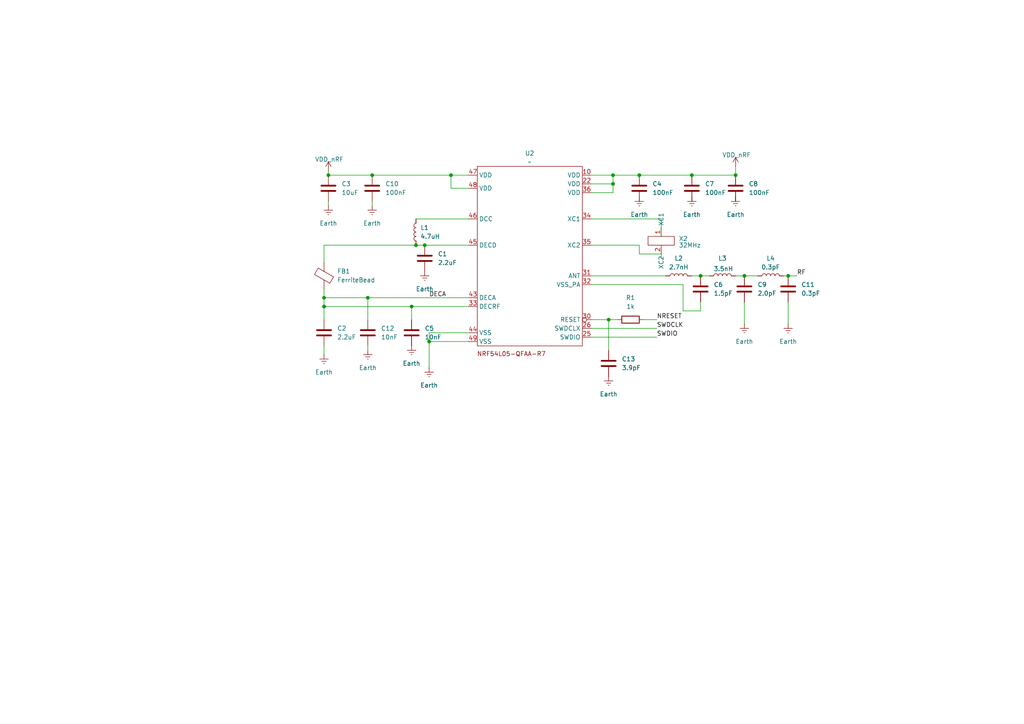
<source format=kicad_sch>
(kicad_sch (version 20250114) (generator "eeschema") (generator_version "9.0")
  (paper "A4")
  (lib_symbols
    (symbol "C_1" (pin_numbers (hide yes)) (pin_names (offset 0.254))
      (property "Reference" "C" (at 0.635 2.54 0))
      (property "Value" "C" (at 0.635 -2.54 0))
      (symbol "C_1_0_1"
        (polyline (pts (xy -2.032 0.762) (xy 2.032 0.762)) (stroke (width 0.508)))
        (polyline (pts (xy -2.032 -0.762) (xy 2.032 -0.762)) (stroke (width 0.508)))
      )
      (symbol "C_1_1_1"
        (pin passive line (at 0 3.81 270) (length 2.794) (name "~") (number "1"))
        (pin passive line (at 0 -3.81 90) (length 2.794) (name "~") (number "2"))
      )
    )
    (symbol "C_2" (pin_numbers (hide yes)) (pin_names (offset 0.254))
      (property "Reference" "C" (at 0.635 2.54 0))
      (property "Value" "C" (at 0.635 -2.54 0))
      (symbol "C_2_0_1"
        (polyline (pts (xy -2.032 0.762) (xy 2.032 0.762)) (stroke (width 0.508)))
        (polyline (pts (xy -2.032 -0.762) (xy 2.032 -0.762)) (stroke (width 0.508)))
      )
      (symbol "C_2_1_1"
        (pin passive line (at 0 3.81 270) (length 2.794) (name "~") (number "1"))
        (pin passive line (at 0 -3.81 90) (length 2.794) (name "~") (number "2"))
      )
    )
    (symbol "C_3" (pin_numbers (hide yes)) (pin_names (offset 0.254))
      (property "Reference" "C" (at 0.635 2.54 0))
      (property "Value" "C" (at 0.635 -2.54 0))
      (symbol "C_3_0_1"
        (polyline (pts (xy -2.032 0.762) (xy 2.032 0.762)) (stroke (width 0.508)))
        (polyline (pts (xy -2.032 -0.762) (xy 2.032 -0.762)) (stroke (width 0.508)))
      )
      (symbol "C_3_1_1"
        (pin passive line (at 0 3.81 270) (length 2.794) (name "~") (number "1"))
        (pin passive line (at 0 -3.81 90) (length 2.794) (name "~") (number "2"))
      )
    )
    (symbol "Device:C" (pin_numbers (hide yes)) (pin_names (offset 0.254) (hide yes))
      (property "Reference" "C" (at 0.635 2.54 0))
      (property "Value" "C" (at 0.635 -2.54 0))
      (symbol "C_0_1"
        (polyline (pts (xy -2.032 0.762) (xy 2.032 0.762)) (stroke (width 0.508)))
        (polyline (pts (xy -2.032 -0.762) (xy 2.032 -0.762)) (stroke (width 0.508)))
      )
      (symbol "C_1_1"
        (pin passive line (at 0 3.81 270) (length 2.794) (name "~") (number "1"))
        (pin passive line (at 0 -3.81 90) (length 2.794) (name "~") (number "2"))
      )
    )
    (symbol "Device:FerriteBead" (pin_numbers (hide yes)) (pin_names (offset 0))
      (property "Reference" "FB" (at -3.81 0.635 90))
      (property "Value" "FerriteBead" (at 3.81 0 90))
      (symbol "FerriteBead_0_1"
        (polyline (pts (xy -2.7686 0.4064) (xy -1.7018 2.2606) (xy 2.7686 -0.3048) (xy 1.6764 -2.159) (xy -2.7686 0.4064)))
        (polyline (pts (xy 0 1.27) (xy 0 1.2954)))
        (polyline (pts (xy 0 -1.27) (xy 0 -1.2192)))
      )
      (symbol "FerriteBead_1_1"
        (pin passive line (at 0 3.81 270) (length 2.54) (name "~") (number "1"))
        (pin passive line (at 0 -3.81 90) (length 2.54) (name "~") (number "2"))
      )
    )
    (symbol "Device:L" (pin_numbers (hide yes)) (pin_names (offset 1.016) (hide yes))
      (property "Reference" "L" (at -1.27 0 90))
      (property "Value" "L" (at 1.905 0 90))
      (symbol "L_0_1"
        (arc (start 0 2.54) (mid 0.6323 1.905) (end 0 1.27))
        (arc (start 0 1.27) (mid 0.6323 0.635) (end 0 0))
        (arc (start 0 0) (mid 0.6323 -0.635) (end 0 -1.27))
        (arc (start 0 -1.27) (mid 0.6323 -1.905) (end 0 -2.54))
      )
      (symbol "L_1_1"
        (pin passive line (at 0 3.81 270) (length 1.27) (name "1") (number "1"))
        (pin passive line (at 0 -3.81 90) (length 1.27) (name "2") (number "2"))
      )
    )
    (symbol "Device:R" (pin_numbers (hide yes)) (pin_names (offset 0))
      (property "Reference" "R" (at 2.032 0 90))
      (property "Value" "R" (at 0 0 90))
      (symbol "R_0_1"
        (rectangle (start -1.016 -2.54) (end 1.016 2.54) (stroke (width 0.254)))
      )
      (symbol "R_1_1"
        (pin passive line (at 0 3.81 270) (length 1.27) (name "~") (number "1"))
        (pin passive line (at 0 -3.81 90) (length 1.27) (name "~") (number "2"))
      )
    )
    (symbol "XTAL_2016_32MHz_1"
      (property "Reference" "X2" (at 0 -5.08 0))
      (symbol "XTAL_2016_32MHz_1_0_1"
        (rectangle (start -3.81 0) (end 3.81 -2.54))
      )
      (symbol "XTAL_2016_32MHz_1_1_0"
        (pin passive line (at 0 0 90) (length 2.54) (name "XC1") (number "1"))
        (pin passive line (at 0 -2.54 270) (length 2.54) (name "XC2") (number "2"))
      )
    )
    (symbol "nRF54L05:nRF54L05"
      (property "Reference" "U" (at -1.524 0.508 0))
      (symbol "nRF54L05_0_1"
        (rectangle (start -13.97 8.89) (end 16.51 -43.18))
      )
      (symbol "nRF54L05_1_1"
        (text "NRF54L05-QFAA-R7" (at -4.064 -45.466 0) (effects (font (size 1.27 1.27))))
        (pin free line (at -16.51 6.35 0) (length 2.54) (name "VDD") (number "47"))
        (pin free line (at -16.51 2.54 0) (length 2.54) (name "VDD") (number "48"))
        (pin output line (at -16.51 -6.35 0) (length 2.54) (name "DCC") (number "46"))
        (pin free line (at -16.51 -13.97 0) (length 2.54) (name "DECD") (number "45"))
        (pin free line (at -16.51 -29.21 0) (length 2.54) (name "DECA") (number "43"))
        (pin free line (at -16.51 -31.75 0) (length 2.54) (name "DECRF") (number "33"))
        (pin free line (at -16.51 -39.37 0) (length 2.54) (name "VSS") (number "44"))
        (pin free line (at -16.51 -41.91 0) (length 2.54) (name "VSS") (number "49"))
        (pin free line (at 19.05 6.35 180) (length 2.54) (name "VDD") (number "10"))
        (pin free line (at 19.05 3.81 180) (length 2.54) (name "VDD") (number "22"))
        (pin free line (at 19.05 1.27 180) (length 2.54) (name "VDD") (number "36"))
        (pin input line (at 19.05 -6.35 180) (length 2.54) (name "XC1") (number "34"))
        (pin output line (at 19.05 -13.97 180) (length 2.54) (name "XC2") (number "35"))
        (pin bidirectional line (at 19.05 -22.86 180) (length 2.54) (name "ANT") (number "31"))
        (pin passive line (at 19.05 -25.4 180) (length 2.54) (name "VSS_PA") (number "32"))
        (pin input inverted (at 19.05 -35.56 180) (length 2.54) (name "RESET") (number "30"))
        (pin input line (at 19.05 -38.1 180) (length 2.54) (name "SWDCLX") (number "26"))
        (pin bidirectional line (at 19.05 -40.64 180) (length 2.54) (name "SWDIO") (number "25"))
      )
    )
    (symbol "power:Earth" (power) (pin_numbers (hide yes)) (pin_names (offset 0) (hide yes))
      (property "Value" "Earth" (at 0 -3.81 0))
      (symbol "Earth_0_1"
        (polyline (pts (xy -0.635 -1.905) (xy 0.635 -1.905)))
        (polyline (pts (xy -0.127 -2.54) (xy 0.127 -2.54)))
        (polyline (pts (xy 0 -1.27) (xy 0 0)))
        (polyline (pts (xy 1.27 -1.27) (xy -1.27 -1.27)))
      )
      (symbol "Earth_1_1"
        (pin power_in line (at 0 0 270) (length 0) (name "~") (number "1"))
      )
    )
    (symbol "power:VDD" (power) (pin_numbers (hide yes)) (pin_names (offset 0) (hide yes))
      (property "Value" "VDD" (at 0 3.556 0))
      (symbol "VDD_0_1"
        (polyline (pts (xy -0.762 1.27) (xy 0 2.54)))
        (polyline (pts (xy 0 2.54) (xy 0.762 1.27)))
        (polyline (pts (xy 0 0) (xy 0 2.54)))
      )
      (symbol "VDD_1_1"
        (pin power_in line (at 0 0 90) (length 0) (name "~") (number "1"))
      )
    )
  )
  (junction (at 228.6 80.01))
  (junction (at 200.66 50.8))
  (junction (at 123.19 71.12))
  (junction (at 176.53 92.71))
  (junction (at 215.9 80.01))
  (junction (at 124.46 99.06))
  (junction (at 120.65 71.12))
  (junction (at 130.81 50.8))
  (junction (at 107.95 50.8))
  (junction (at 95.25 50.8))
  (junction (at 119.38 88.9))
  (junction (at 177.8 50.8))
  (junction (at 185.42 50.8))
  (junction (at 177.8 53.34))
  (junction (at 106.68 86.36))
  (junction (at 213.36 50.8))
  (junction (at 93.98 86.36))
  (junction (at 93.98 88.9))
  (junction (at 203.2 80.01))
  (wire (pts (xy 185.42 57.15) (xy 185.42 58.42)))
  (wire (pts (xy 171.45 92.71) (xy 176.53 92.71)))
  (wire (pts (xy 213.36 48.26) (xy 213.36 50.8)))
  (wire (pts (xy 215.9 80.01) (xy 219.71 80.01)))
  (wire (pts (xy 107.95 50.8) (xy 130.81 50.8)))
  (wire (pts (xy 106.68 86.36) (xy 106.68 92.71)))
  (wire (pts (xy 124.46 99.06) (xy 135.89 99.06)))
  (wire (pts (xy 171.45 95.25) (xy 190.5 95.25)))
  (wire (pts (xy 106.68 86.36) (xy 135.89 86.36)))
  (wire (pts (xy 176.53 92.71) (xy 176.53 101.6)))
  (wire (pts (xy 190.5 92.71) (xy 186.69 92.71)))
  (wire (pts (xy 185.42 50.8) (xy 200.66 50.8)))
  (wire (pts (xy 93.98 86.36) (xy 106.68 86.36)))
  (wire (pts (xy 228.6 87.63) (xy 228.6 93.98)))
  (wire (pts (xy 123.19 71.12) (xy 135.89 71.12)))
  (wire (pts (xy 191.77 73.66) (xy 191.77 74.93)))
  (wire (pts (xy 135.89 96.52) (xy 124.46 96.52)))
  (wire (pts (xy 185.42 73.66) (xy 191.77 73.66)))
  (wire (pts (xy 124.46 96.52) (xy 124.46 99.06)))
  (wire (pts (xy 200.66 50.8) (xy 213.36 50.8)))
  (wire (pts (xy 95.25 50.8) (xy 107.95 50.8)))
  (wire (pts (xy 177.8 53.34) (xy 177.8 55.88)))
  (wire (pts (xy 177.8 50.8) (xy 185.42 50.8)))
  (wire (pts (xy 124.46 99.06) (xy 124.46 106.68)))
  (wire (pts (xy 135.89 88.9) (xy 119.38 88.9)))
  (wire (pts (xy 176.53 92.71) (xy 179.07 92.71)))
  (wire (pts (xy 93.98 100.33) (xy 93.98 102.87)))
  (wire (pts (xy 171.45 80.01) (xy 193.04 80.01)))
  (wire (pts (xy 171.45 63.5) (xy 191.77 63.5)))
  (wire (pts (xy 120.65 63.5) (xy 135.89 63.5)))
  (wire (pts (xy 93.98 88.9) (xy 93.98 92.71)))
  (wire (pts (xy 107.95 58.42) (xy 107.95 59.69)))
  (wire (pts (xy 203.2 87.63) (xy 203.2 90.17)))
  (wire (pts (xy 106.68 101.6) (xy 106.68 100.33)))
  (wire (pts (xy 93.98 71.12) (xy 120.65 71.12)))
  (wire (pts (xy 93.98 86.36) (xy 93.98 88.9)))
  (wire (pts (xy 171.45 55.88) (xy 177.8 55.88)))
  (wire (pts (xy 130.81 50.8) (xy 130.81 54.61)))
  (wire (pts (xy 200.66 57.15) (xy 200.66 58.42)))
  (wire (pts (xy 120.65 71.12) (xy 123.19 71.12)))
  (wire (pts (xy 95.25 49.53) (xy 95.25 50.8)))
  (wire (pts (xy 215.9 87.63) (xy 215.9 93.98)))
  (wire (pts (xy 213.36 80.01) (xy 215.9 80.01)))
  (wire (pts (xy 171.45 82.55) (xy 198.12 82.55)))
  (wire (pts (xy 213.36 57.15) (xy 213.36 58.42)))
  (wire (pts (xy 130.81 50.8) (xy 135.89 50.8)))
  (wire (pts (xy 171.45 53.34) (xy 177.8 53.34)))
  (wire (pts (xy 200.66 80.01) (xy 203.2 80.01)))
  (wire (pts (xy 119.38 88.9) (xy 93.98 88.9)))
  (wire (pts (xy 119.38 88.9) (xy 119.38 92.71)))
  (wire (pts (xy 203.2 80.01) (xy 205.74 80.01)))
  (wire (pts (xy 198.12 82.55) (xy 198.12 90.17)))
  (wire (pts (xy 177.8 50.8) (xy 177.8 53.34)))
  (wire (pts (xy 171.45 71.12) (xy 185.42 71.12)))
  (wire (pts (xy 93.98 76.2) (xy 93.98 71.12)))
  (wire (pts (xy 185.42 71.12) (xy 185.42 73.66)))
  (wire (pts (xy 171.45 97.79) (xy 190.5 97.79)))
  (wire (pts (xy 135.89 54.61) (xy 130.81 54.61)))
  (wire (pts (xy 191.77 63.5) (xy 191.77 68.58)))
  (wire (pts (xy 198.12 90.17) (xy 203.2 90.17)))
  (wire (pts (xy 93.98 83.82) (xy 93.98 86.36)))
  (wire (pts (xy 228.6 80.01) (xy 231.14 80.01)))
  (wire (pts (xy 95.25 58.42) (xy 95.25 59.69)))
  (wire (pts (xy 171.45 50.8) (xy 177.8 50.8)))
  (wire (pts (xy 227.33 80.01) (xy 228.6 80.01)))
  (label "SWDIO" (at 190.5 97.79 0))
  (label "SWDCLK" (at 190.5 95.25 0))
  (label "DECA" (at 124.46 86.36 0))
  (label "NRESET" (at 190.5 92.71 0))
  (label "RF" (at 231.14 80.01 0))
  (symbol (lib_name "C_3") (lib_id "Device:C") (at 203.2 83.82 0) (unit 1)
    (property "Reference" "C6" (at 207.01 82.5499 0) (effects (justify left)))
    (property "Value" "1.5pF" (at 207.01 85.0899 0) (effects (justify left)))
    (property "Footprint" "Capacitor_SMD:C_0201_0603Metric" (effects (hide yes)))
    (property "Description" "Unpolarized capacitor" (effects (hide yes)))
  )
  (symbol (lib_id "Device:C") (at 176.53 105.41 0) (unit 1)
    (property "Reference" "C13" (at 180.34 104.1399 0) (effects (justify left)))
    (property "Value" "3.9pF" (at 180.34 106.6799 0) (effects (justify left)))
    (property "Footprint" "Capacitor_SMD:C_0201_0603Metric" (effects (hide yes)))
    (property "Description" "Unpolarized capacitor" (effects (hide yes)))
  )
  (symbol (lib_id "power:Earth") (at 107.95 59.69 0) (unit 1)
    (property "Reference" "#PWR08" (effects (hide yes)))
    (property "Value" "Earth" (at 107.95 64.77 0))
    (property "Description" "Power symbol creates a global label with name \"Earth\"" (effects (hide yes)))
  )
  (symbol (lib_name "XTAL_2016_32MHz_1") (lib_id "XTAL_2016_32MHz:XTAL_2016_32MHz") (at 191.77 68.58 0) (unit 1)
    (property "Reference" "X2" (at 196.85 69.2149 0) (effects (justify left)))
    (property "Value" "32MHz" (at 196.85 71.12 0) (effects (justify left)))
    (property "Footprint" "Crystal:Crystal_SMD_ECS_CSM3X-2Pin_7.6x4.1mm" (effects (hide yes)))
  )
  (symbol (lib_id "Device:R") (at 182.88 92.71 90) (unit 1)
    (property "Reference" "R1" (at 182.88 86.36 90))
    (property "Value" "1k" (at 182.88 88.9 90))
    (property "Footprint" "Resistor_SMD:R_0201_0603Metric" (effects (hide yes)))
    (property "Description" "0201" (effects (hide yes)))
  )
  (symbol (lib_id "power:Earth") (at 106.68 101.6 0) (unit 1)
    (property "Reference" "#PWR03" (effects (hide yes)))
    (property "Value" "Earth" (at 106.68 106.68 0))
    (property "Description" "Power symbol creates a global label with name \"Earth\"" (effects (hide yes)))
  )
  (symbol (lib_id "power:Earth") (at 228.6 93.98 0) (unit 1)
    (property "Reference" "#PWR015" (effects (hide yes)))
    (property "Value" "Earth" (at 228.6 99.06 0))
    (property "Description" "Power symbol creates a global label with name \"Earth\"" (effects (hide yes)))
  )
  (symbol (lib_id "Device:L") (at 196.85 80.01 90) (unit 1)
    (property "Reference" "L2" (at 196.85 74.93 90))
    (property "Value" "2.7nH" (at 196.85 77.47 90))
    (property "Footprint" "Inductor_SMD:L_0201_0603Metric" (effects (hide yes)))
    (property "Description" "Inductor" (effects (hide yes)))
  )
  (symbol (lib_id "Device:L") (at 120.65 67.31 180) (unit 1)
    (property "Reference" "L1" (at 121.92 66.0399 0) (effects (justify right)))
    (property "Value" "4.7uH" (at 121.92 68.5799 0) (effects (justify right)))
    (property "Footprint" "Inductor_SMD:L_0603_1608Metric" (effects (hide yes)))
    (property "Description" "Inductor" (effects (hide yes)))
  )
  (symbol (lib_id "power:Earth") (at 215.9 93.98 0) (unit 1)
    (property "Reference" "#PWR014" (effects (hide yes)))
    (property "Value" "Earth" (at 215.9 99.06 0))
    (property "Description" "Power symbol creates a global label with name \"Earth\"" (effects (hide yes)))
  )
  (symbol (lib_name "C_1") (lib_id "Device:C") (at 93.98 96.52 0) (unit 1)
    (property "Reference" "C2" (at 97.79 95.2499 0) (effects (justify left)))
    (property "Value" "2.2uF" (at 97.79 97.7899 0) (effects (justify left)))
    (property "Footprint" "Capacitor_SMD:C_0201_0603Metric" (effects (hide yes)))
    (property "Description" "Unpolarized capacitor" (effects (hide yes)))
  )
  (symbol (lib_id "power:Earth") (at 200.66 57.15 0) (unit 1)
    (property "Reference" "#PWR012" (effects (hide yes)))
    (property "Value" "Earth" (at 200.66 62.23 0))
    (property "Description" "Power symbol creates a global label with name \"Earth\"" (effects (hide yes)))
  )
  (symbol (lib_id "Device:FerriteBead") (at 93.98 80.01 0) (unit 1)
    (property "Reference" "FB1" (at 97.79 78.6891 0) (effects (justify left)))
    (property "Value" "FerriteBead" (at 97.79 81.2291 0) (effects (justify left)))
    (property "Footprint" "Ferrite_THT:LairdTech_28C0236-0JW-10" (effects (hide yes)))
    (property "Description" "Ferrite bead" (effects (hide yes)))
  )
  (symbol (lib_id "power:VDD") (at 95.25 49.53 0) (unit 1)
    (property "Reference" "#PWR09" (effects (hide yes)))
    (property "Value" "VDD_nRF" (at 95.504 46.228 0))
    (property "Description" "Power symbol creates a global label with name \"VDD\"" (effects (hide yes)))
  )
  (symbol (lib_name "C_1") (lib_id "Device:C") (at 213.36 54.61 0) (unit 1)
    (property "Reference" "C8" (at 217.17 53.3399 0) (effects (justify left)))
    (property "Value" "100nF" (at 217.17 55.8799 0) (effects (justify left)))
    (property "Footprint" "Capacitor_SMD:C_0201_0603Metric" (effects (hide yes)))
    (property "Description" "Unpolarized capacitor" (effects (hide yes)))
  )
  (symbol (lib_id "Device:L") (at 223.52 80.01 90) (unit 1)
    (property "Reference" "L4" (at 223.52 74.93 90))
    (property "Value" "0.3pF" (at 223.52 77.47 90))
    (property "Footprint" "Inductor_SMD:L_0201_0603Metric" (effects (hide yes)))
    (property "Description" "Inductor" (effects (hide yes)))
  )
  (symbol (lib_name "C_3") (lib_id "Device:C") (at 215.9 83.82 0) (unit 1)
    (property "Reference" "C9" (at 219.71 82.5499 0) (effects (justify left)))
    (property "Value" "2.0pF" (at 219.71 85.0899 0) (effects (justify left)))
    (property "Footprint" "Capacitor_SMD:C_0201_0603Metric" (effects (hide yes)))
    (property "Description" "Unpolarized capacitor" (effects (hide yes)))
  )
  (symbol (lib_name "C_3") (lib_id "Device:C") (at 119.38 96.52 0) (unit 1)
    (property "Reference" "C5" (at 123.19 95.2499 0) (effects (justify left)))
    (property "Value" "10nF" (at 123.19 97.7899 0) (effects (justify left)))
    (property "Footprint" "Capacitor_SMD:C_0201_0603Metric" (effects (hide yes)))
    (property "Description" "Unpolarized capacitor" (effects (hide yes)))
  )
  (symbol (lib_name "C_1") (lib_id "Device:C") (at 95.25 54.61 0) (unit 1)
    (property "Reference" "C3" (at 99.06 53.3399 0) (effects (justify left)))
    (property "Value" "10uF" (at 99.06 55.8799 0) (effects (justify left)))
    (property "Footprint" "Capacitor_SMD:C_0402_1005Metric" (effects (hide yes)))
    (property "Description" "Unpolarized capacitor" (effects (hide yes)))
  )
  (symbol (lib_id "power:Earth") (at 176.53 109.22 0) (unit 1)
    (property "Reference" "#PWR01" (effects (hide yes)))
    (property "Value" "Earth" (at 176.53 114.3 0))
    (property "Description" "Power symbol creates a global label with name \"Earth\"" (effects (hide yes)))
  )
  (symbol (lib_id "power:Earth") (at 95.25 59.69 0) (unit 1)
    (property "Reference" "#PWR07" (effects (hide yes)))
    (property "Value" "Earth" (at 95.25 64.77 0))
    (property "Description" "Power symbol creates a global label with name \"Earth\"" (effects (hide yes)))
  )
  (symbol (lib_id "power:Earth") (at 123.19 78.74 0) (unit 1)
    (property "Reference" "#PWR06" (effects (hide yes)))
    (property "Value" "Earth" (at 123.19 83.82 0))
    (property "Description" "Power symbol creates a global label with name \"Earth\"" (effects (hide yes)))
  )
  (symbol (lib_id "power:Earth") (at 213.36 57.15 0) (unit 1)
    (property "Reference" "#PWR011" (effects (hide yes)))
    (property "Value" "Earth" (at 213.36 62.23 0))
    (property "Description" "Power symbol creates a global label with name \"Earth\"" (effects (hide yes)))
  )
  (symbol (lib_name "C_1") (lib_id "Device:C") (at 107.95 54.61 0) (unit 1)
    (property "Reference" "C10" (at 111.76 53.3399 0) (effects (justify left)))
    (property "Value" "100nF" (at 111.76 55.8799 0) (effects (justify left)))
    (property "Footprint" "Capacitor_SMD:C_0201_0603Metric" (effects (hide yes)))
    (property "Description" "Unpolarized capacitor" (effects (hide yes)))
  )
  (symbol (lib_id "power:Earth") (at 185.42 57.15 0) (unit 1)
    (property "Reference" "#PWR010" (effects (hide yes)))
    (property "Value" "Earth" (at 185.42 62.23 0))
    (property "Description" "Power symbol creates a global label with name \"Earth\"" (effects (hide yes)))
  )
  (symbol (lib_id "nRF54L05:nRF54L05") (at 152.4 57.15 0) (unit 1)
    (property "Reference" "U2" (at 153.6234 44.45 0) (effects (font (thickness 0.1588))))
    (property "Value" "~" (at 153.6234 46.99 0))
    (property "Footprint" "Package_DFN_QFN:QFN-28-1EP_6x6mm_P0.65mm_EP4.25x4.25mm_ThermalVias" (effects (hide yes)))
  )
  (symbol (lib_id "power:Earth") (at 124.46 106.68 0) (unit 1)
    (property "Reference" "#PWR02" (effects (hide yes)))
    (property "Value" "Earth" (at 124.46 111.76 0))
    (property "Description" "Power symbol creates a global label with name \"Earth\"" (effects (hide yes)))
  )
  (symbol (lib_id "power:Earth") (at 119.38 100.33 0) (unit 1)
    (property "Reference" "#PWR04" (effects (hide yes)))
    (property "Value" "Earth" (at 119.38 105.41 0))
    (property "Description" "Power symbol creates a global label with name \"Earth\"" (effects (hide yes)))
  )
  (symbol (lib_name "C_1") (lib_id "Device:C") (at 200.66 54.61 0) (unit 1)
    (property "Reference" "C7" (at 204.47 53.3399 0) (effects (justify left)))
    (property "Value" "100nF" (at 204.47 55.8799 0) (effects (justify left)))
    (property "Footprint" "Capacitor_SMD:C_0201_0603Metric" (effects (hide yes)))
    (property "Description" "Unpolarized capacitor" (effects (hide yes)))
  )
  (symbol (lib_name "C_1") (lib_id "Device:C") (at 123.19 74.93 0) (unit 1)
    (property "Reference" "C1" (at 127 73.6599 0) (effects (justify left)))
    (property "Value" "2.2uF" (at 127 76.1999 0) (effects (justify left)))
    (property "Footprint" "Capacitor_SMD:C_0201_0603Metric" (effects (hide yes)))
    (property "Description" "Unpolarized capacitor" (effects (hide yes)))
  )
  (symbol (lib_name "C_1") (lib_id "Device:C") (at 185.42 54.61 0) (unit 1)
    (property "Reference" "C4" (at 189.23 53.3399 0) (effects (justify left)))
    (property "Value" "100nF" (at 189.23 55.8799 0) (effects (justify left)))
    (property "Footprint" "Capacitor_SMD:C_0201_0603Metric" (effects (hide yes)))
    (property "Description" "Unpolarized capacitor" (effects (hide yes)))
  )
  (symbol (lib_id "power:Earth") (at 93.98 102.87 0) (unit 1)
    (property "Reference" "#PWR05" (effects (hide yes)))
    (property "Value" "Earth" (at 93.98 107.95 0))
    (property "Description" "Power symbol creates a global label with name \"Earth\"" (effects (hide yes)))
  )
  (symbol (lib_id "Device:L") (at 209.55 80.01 90) (unit 1)
    (property "Reference" "L3" (at 209.55 74.93 90))
    (property "Value" "3.5nH" (at 209.804 77.978 90))
    (property "Footprint" "Inductor_SMD:L_0201_0603Metric" (effects (hide yes)))
    (property "Description" "Inductor" (effects (hide yes)))
  )
  (symbol (lib_name "C_3") (lib_id "Device:C") (at 228.6 83.82 0) (unit 1)
    (property "Reference" "C11" (at 232.41 82.5499 0) (effects (justify left)))
    (property "Value" "0.3pF" (at 232.41 85.0899 0) (effects (justify left)))
    (property "Footprint" "Capacitor_SMD:C_0201_0603Metric" (effects (hide yes)))
    (property "Description" "Unpolarized capacitor" (effects (hide yes)))
  )
  (symbol (lib_id "power:VDD") (at 213.36 48.26 0) (unit 1)
    (property "Reference" "#PWR013" (effects (hide yes)))
    (property "Value" "VDD_nRF" (at 213.614 44.958 0))
    (property "Description" "Power symbol creates a global label with name \"VDD\"" (effects (hide yes)))
  )
  (symbol (lib_name "C_2") (lib_id "Device:C") (at 106.68 96.52 0) (unit 1)
    (property "Reference" "C12" (at 110.49 95.2499 0) (effects (justify left)))
    (property "Value" "10nF" (at 110.49 97.7899 0) (effects (justify left)))
    (property "Footprint" "Capacitor_SMD:C_0201_0603Metric" (effects (hide yes)))
    (property "Description" "Unpolarized capacitor" (effects (hide yes)))
  )
)
</source>
